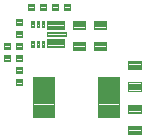
<source format=gtp>
G04 EAGLE Gerber RS-274X export*
G75*
%MOMM*%
%FSLAX34Y34*%
%LPD*%
%INSolderpaste Top*%
%IPPOS*%
%AMOC8*
5,1,8,0,0,1.08239X$1,22.5*%
G01*
%ADD10C,0.102000*%
%ADD11C,0.104000*%
%ADD12C,0.092500*%
%ADD13C,0.100000*%


D10*
X21540Y73690D02*
X21540Y68710D01*
X16560Y68710D01*
X16560Y73690D01*
X21540Y73690D01*
X21540Y69679D02*
X16560Y69679D01*
X16560Y70648D02*
X21540Y70648D01*
X21540Y71617D02*
X16560Y71617D01*
X16560Y72586D02*
X21540Y72586D01*
X21540Y73555D02*
X16560Y73555D01*
X21540Y78710D02*
X21540Y83690D01*
X21540Y78710D02*
X16560Y78710D01*
X16560Y83690D01*
X21540Y83690D01*
X21540Y79679D02*
X16560Y79679D01*
X16560Y80648D02*
X21540Y80648D01*
X21540Y81617D02*
X16560Y81617D01*
X16560Y82586D02*
X21540Y82586D01*
X21540Y83555D02*
X16560Y83555D01*
X16560Y63370D02*
X16560Y58390D01*
X16560Y63370D02*
X21540Y63370D01*
X21540Y58390D01*
X16560Y58390D01*
X16560Y59359D02*
X21540Y59359D01*
X21540Y60328D02*
X16560Y60328D01*
X16560Y61297D02*
X21540Y61297D01*
X21540Y62266D02*
X16560Y62266D01*
X16560Y63235D02*
X21540Y63235D01*
X16560Y53370D02*
X16560Y48390D01*
X16560Y53370D02*
X21540Y53370D01*
X21540Y48390D01*
X16560Y48390D01*
X16560Y49359D02*
X21540Y49359D01*
X21540Y50328D02*
X16560Y50328D01*
X16560Y51297D02*
X21540Y51297D01*
X21540Y52266D02*
X16560Y52266D01*
X16560Y53235D02*
X21540Y53235D01*
D11*
X122320Y50360D02*
X122320Y43400D01*
X111360Y43400D01*
X111360Y50360D01*
X122320Y50360D01*
X122320Y44388D02*
X111360Y44388D01*
X111360Y45376D02*
X122320Y45376D01*
X122320Y46364D02*
X111360Y46364D01*
X111360Y47352D02*
X122320Y47352D01*
X122320Y48340D02*
X111360Y48340D01*
X111360Y49328D02*
X122320Y49328D01*
X122320Y50316D02*
X111360Y50316D01*
X122320Y61400D02*
X122320Y68360D01*
X122320Y61400D02*
X111360Y61400D01*
X111360Y68360D01*
X122320Y68360D01*
X122320Y62388D02*
X111360Y62388D01*
X111360Y63376D02*
X122320Y63376D01*
X122320Y64364D02*
X111360Y64364D01*
X111360Y65352D02*
X122320Y65352D01*
X122320Y66340D02*
X111360Y66340D01*
X111360Y67328D02*
X122320Y67328D01*
X122320Y68316D02*
X111360Y68316D01*
X111360Y31530D02*
X111360Y24570D01*
X111360Y31530D02*
X122320Y31530D01*
X122320Y24570D01*
X111360Y24570D01*
X111360Y25558D02*
X122320Y25558D01*
X122320Y26546D02*
X111360Y26546D01*
X111360Y27534D02*
X122320Y27534D01*
X122320Y28522D02*
X111360Y28522D01*
X111360Y29510D02*
X122320Y29510D01*
X122320Y30498D02*
X111360Y30498D01*
X111360Y31486D02*
X122320Y31486D01*
X111360Y13530D02*
X111360Y6570D01*
X111360Y13530D02*
X122320Y13530D01*
X122320Y6570D01*
X111360Y6570D01*
X111360Y7558D02*
X122320Y7558D01*
X122320Y8546D02*
X111360Y8546D01*
X111360Y9534D02*
X122320Y9534D01*
X122320Y10522D02*
X111360Y10522D01*
X111360Y11510D02*
X122320Y11510D01*
X122320Y12498D02*
X111360Y12498D01*
X111360Y13486D02*
X122320Y13486D01*
X82150Y95690D02*
X82150Y102650D01*
X93110Y102650D01*
X93110Y95690D01*
X82150Y95690D01*
X82150Y96678D02*
X93110Y96678D01*
X93110Y97666D02*
X82150Y97666D01*
X82150Y98654D02*
X93110Y98654D01*
X93110Y99642D02*
X82150Y99642D01*
X82150Y100630D02*
X93110Y100630D01*
X93110Y101618D02*
X82150Y101618D01*
X82150Y102606D02*
X93110Y102606D01*
X82150Y84650D02*
X82150Y77690D01*
X82150Y84650D02*
X93110Y84650D01*
X93110Y77690D01*
X82150Y77690D01*
X82150Y78678D02*
X93110Y78678D01*
X93110Y79666D02*
X82150Y79666D01*
X82150Y80654D02*
X93110Y80654D01*
X93110Y81642D02*
X82150Y81642D01*
X82150Y82630D02*
X93110Y82630D01*
X93110Y83618D02*
X82150Y83618D01*
X82150Y84606D02*
X93110Y84606D01*
X64370Y95690D02*
X64370Y102650D01*
X75330Y102650D01*
X75330Y95690D01*
X64370Y95690D01*
X64370Y96678D02*
X75330Y96678D01*
X75330Y97666D02*
X64370Y97666D01*
X64370Y98654D02*
X75330Y98654D01*
X75330Y99642D02*
X64370Y99642D01*
X64370Y100630D02*
X75330Y100630D01*
X75330Y101618D02*
X64370Y101618D01*
X64370Y102606D02*
X75330Y102606D01*
X64370Y84650D02*
X64370Y77690D01*
X64370Y84650D02*
X75330Y84650D01*
X75330Y77690D01*
X64370Y77690D01*
X64370Y78678D02*
X75330Y78678D01*
X75330Y79666D02*
X64370Y79666D01*
X64370Y80654D02*
X75330Y80654D01*
X75330Y81642D02*
X64370Y81642D01*
X64370Y82630D02*
X75330Y82630D01*
X75330Y83618D02*
X64370Y83618D01*
X64370Y84606D02*
X75330Y84606D01*
D12*
X48348Y21062D02*
X30772Y21062D01*
X30772Y55138D01*
X48348Y55138D01*
X48348Y21062D01*
X48348Y21941D02*
X30772Y21941D01*
X30772Y22820D02*
X48348Y22820D01*
X48348Y23699D02*
X30772Y23699D01*
X30772Y24578D02*
X48348Y24578D01*
X48348Y25457D02*
X30772Y25457D01*
X30772Y26336D02*
X48348Y26336D01*
X48348Y27215D02*
X30772Y27215D01*
X30772Y28094D02*
X48348Y28094D01*
X48348Y28973D02*
X30772Y28973D01*
X30772Y29852D02*
X48348Y29852D01*
X48348Y30731D02*
X30772Y30731D01*
X30772Y31610D02*
X48348Y31610D01*
X48348Y32489D02*
X30772Y32489D01*
X30772Y33368D02*
X48348Y33368D01*
X48348Y34247D02*
X30772Y34247D01*
X30772Y35126D02*
X48348Y35126D01*
X48348Y36005D02*
X30772Y36005D01*
X30772Y36884D02*
X48348Y36884D01*
X48348Y37763D02*
X30772Y37763D01*
X30772Y38642D02*
X48348Y38642D01*
X48348Y39521D02*
X30772Y39521D01*
X30772Y40400D02*
X48348Y40400D01*
X48348Y41279D02*
X30772Y41279D01*
X30772Y42158D02*
X48348Y42158D01*
X48348Y43037D02*
X30772Y43037D01*
X30772Y43916D02*
X48348Y43916D01*
X48348Y44795D02*
X30772Y44795D01*
X30772Y45674D02*
X48348Y45674D01*
X48348Y46553D02*
X30772Y46553D01*
X30772Y47432D02*
X48348Y47432D01*
X48348Y48311D02*
X30772Y48311D01*
X30772Y49190D02*
X48348Y49190D01*
X48348Y50069D02*
X30772Y50069D01*
X30772Y50948D02*
X48348Y50948D01*
X48348Y51827D02*
X30772Y51827D01*
X30772Y52706D02*
X48348Y52706D01*
X48348Y53585D02*
X30772Y53585D01*
X30772Y54464D02*
X48348Y54464D01*
X86272Y21062D02*
X103848Y21062D01*
X86272Y21062D02*
X86272Y55138D01*
X103848Y55138D01*
X103848Y21062D01*
X103848Y21941D02*
X86272Y21941D01*
X86272Y22820D02*
X103848Y22820D01*
X103848Y23699D02*
X86272Y23699D01*
X86272Y24578D02*
X103848Y24578D01*
X103848Y25457D02*
X86272Y25457D01*
X86272Y26336D02*
X103848Y26336D01*
X103848Y27215D02*
X86272Y27215D01*
X86272Y28094D02*
X103848Y28094D01*
X103848Y28973D02*
X86272Y28973D01*
X86272Y29852D02*
X103848Y29852D01*
X103848Y30731D02*
X86272Y30731D01*
X86272Y31610D02*
X103848Y31610D01*
X103848Y32489D02*
X86272Y32489D01*
X86272Y33368D02*
X103848Y33368D01*
X103848Y34247D02*
X86272Y34247D01*
X86272Y35126D02*
X103848Y35126D01*
X103848Y36005D02*
X86272Y36005D01*
X86272Y36884D02*
X103848Y36884D01*
X103848Y37763D02*
X86272Y37763D01*
X86272Y38642D02*
X103848Y38642D01*
X103848Y39521D02*
X86272Y39521D01*
X86272Y40400D02*
X103848Y40400D01*
X103848Y41279D02*
X86272Y41279D01*
X86272Y42158D02*
X103848Y42158D01*
X103848Y43037D02*
X86272Y43037D01*
X86272Y43916D02*
X103848Y43916D01*
X103848Y44795D02*
X86272Y44795D01*
X86272Y45674D02*
X103848Y45674D01*
X103848Y46553D02*
X86272Y46553D01*
X86272Y47432D02*
X103848Y47432D01*
X103848Y48311D02*
X86272Y48311D01*
X86272Y49190D02*
X103848Y49190D01*
X103848Y50069D02*
X86272Y50069D01*
X86272Y50948D02*
X103848Y50948D01*
X103848Y51827D02*
X86272Y51827D01*
X86272Y52706D02*
X103848Y52706D01*
X103848Y53585D02*
X86272Y53585D01*
X86272Y54464D02*
X103848Y54464D01*
D10*
X6400Y78710D02*
X6400Y83690D01*
X11380Y83690D01*
X11380Y78710D01*
X6400Y78710D01*
X6400Y79679D02*
X11380Y79679D01*
X11380Y80648D02*
X6400Y80648D01*
X6400Y81617D02*
X11380Y81617D01*
X11380Y82586D02*
X6400Y82586D01*
X6400Y83555D02*
X11380Y83555D01*
X6400Y73690D02*
X6400Y68710D01*
X6400Y73690D02*
X11380Y73690D01*
X11380Y68710D01*
X6400Y68710D01*
X6400Y69679D02*
X11380Y69679D01*
X11380Y70648D02*
X6400Y70648D01*
X6400Y71617D02*
X11380Y71617D01*
X11380Y72586D02*
X6400Y72586D01*
X6400Y73555D02*
X11380Y73555D01*
X16560Y99030D02*
X16560Y104010D01*
X21540Y104010D01*
X21540Y99030D01*
X16560Y99030D01*
X16560Y99999D02*
X21540Y99999D01*
X21540Y100968D02*
X16560Y100968D01*
X16560Y101937D02*
X21540Y101937D01*
X21540Y102906D02*
X16560Y102906D01*
X16560Y103875D02*
X21540Y103875D01*
X16560Y94010D02*
X16560Y89030D01*
X16560Y94010D02*
X21540Y94010D01*
X21540Y89030D01*
X16560Y89030D01*
X16560Y89999D02*
X21540Y89999D01*
X21540Y90968D02*
X16560Y90968D01*
X16560Y91937D02*
X21540Y91937D01*
X21540Y92906D02*
X16560Y92906D01*
X16560Y93875D02*
X21540Y93875D01*
X47120Y111810D02*
X52100Y111810D01*
X47120Y111810D02*
X47120Y116790D01*
X52100Y116790D01*
X52100Y111810D01*
X52100Y112779D02*
X47120Y112779D01*
X47120Y113748D02*
X52100Y113748D01*
X52100Y114717D02*
X47120Y114717D01*
X47120Y115686D02*
X52100Y115686D01*
X52100Y116655D02*
X47120Y116655D01*
X57120Y111810D02*
X62100Y111810D01*
X57120Y111810D02*
X57120Y116790D01*
X62100Y116790D01*
X62100Y111810D01*
X62100Y112779D02*
X57120Y112779D01*
X57120Y113748D02*
X62100Y113748D01*
X62100Y114717D02*
X57120Y114717D01*
X57120Y115686D02*
X62100Y115686D01*
X62100Y116655D02*
X57120Y116655D01*
X31780Y111810D02*
X26800Y111810D01*
X26800Y116790D01*
X31780Y116790D01*
X31780Y111810D01*
X31780Y112779D02*
X26800Y112779D01*
X26800Y113748D02*
X31780Y113748D01*
X31780Y114717D02*
X26800Y114717D01*
X26800Y115686D02*
X31780Y115686D01*
X31780Y116655D02*
X26800Y116655D01*
X36800Y111810D02*
X41780Y111810D01*
X36800Y111810D02*
X36800Y116790D01*
X41780Y116790D01*
X41780Y111810D01*
X41780Y112779D02*
X36800Y112779D01*
X36800Y113748D02*
X41780Y113748D01*
X41780Y114717D02*
X36800Y114717D01*
X36800Y115686D02*
X41780Y115686D01*
X41780Y116655D02*
X36800Y116655D01*
D11*
X42950Y102420D02*
X56910Y102420D01*
X56910Y95460D01*
X42950Y95460D01*
X42950Y102420D01*
X42950Y96448D02*
X56910Y96448D01*
X56910Y97436D02*
X42950Y97436D01*
X42950Y98424D02*
X56910Y98424D01*
X56910Y99412D02*
X42950Y99412D01*
X42950Y100400D02*
X56910Y100400D01*
X56910Y101388D02*
X42950Y101388D01*
X42950Y102376D02*
X56910Y102376D01*
X56910Y87420D02*
X42950Y87420D01*
X56910Y87420D02*
X56910Y80460D01*
X42950Y80460D01*
X42950Y87420D01*
X42950Y81448D02*
X56910Y81448D01*
X56910Y82436D02*
X42950Y82436D01*
X42950Y83424D02*
X56910Y83424D01*
X56910Y84412D02*
X42950Y84412D01*
X42950Y85400D02*
X56910Y85400D01*
X56910Y86388D02*
X42950Y86388D01*
X42950Y87376D02*
X56910Y87376D01*
D13*
X59230Y92940D02*
X42930Y92940D01*
X59230Y92940D02*
X59230Y89940D01*
X42930Y89940D01*
X42930Y92940D01*
X42930Y90890D02*
X59230Y90890D01*
X59230Y91840D02*
X42930Y91840D01*
X42930Y92790D02*
X59230Y92790D01*
D10*
X40420Y102430D02*
X38440Y102430D01*
X40420Y102430D02*
X40420Y97450D01*
X38440Y97450D01*
X38440Y102430D01*
X38440Y98419D02*
X40420Y98419D01*
X40420Y99388D02*
X38440Y99388D01*
X38440Y100357D02*
X40420Y100357D01*
X40420Y101326D02*
X38440Y101326D01*
X38440Y102295D02*
X40420Y102295D01*
X35920Y102430D02*
X33940Y102430D01*
X35920Y102430D02*
X35920Y97450D01*
X33940Y97450D01*
X33940Y102430D01*
X33940Y98419D02*
X35920Y98419D01*
X35920Y99388D02*
X33940Y99388D01*
X33940Y100357D02*
X35920Y100357D01*
X35920Y101326D02*
X33940Y101326D01*
X33940Y102295D02*
X35920Y102295D01*
X31420Y102430D02*
X29440Y102430D01*
X31420Y102430D02*
X31420Y97450D01*
X29440Y97450D01*
X29440Y102430D01*
X29440Y98419D02*
X31420Y98419D01*
X31420Y99388D02*
X29440Y99388D01*
X29440Y100357D02*
X31420Y100357D01*
X31420Y101326D02*
X29440Y101326D01*
X29440Y102295D02*
X31420Y102295D01*
X31420Y80450D02*
X29440Y80450D01*
X29440Y85430D01*
X31420Y85430D01*
X31420Y80450D01*
X31420Y81419D02*
X29440Y81419D01*
X29440Y82388D02*
X31420Y82388D01*
X31420Y83357D02*
X29440Y83357D01*
X29440Y84326D02*
X31420Y84326D01*
X31420Y85295D02*
X29440Y85295D01*
X33940Y80450D02*
X35920Y80450D01*
X33940Y80450D02*
X33940Y85430D01*
X35920Y85430D01*
X35920Y80450D01*
X35920Y81419D02*
X33940Y81419D01*
X33940Y82388D02*
X35920Y82388D01*
X35920Y83357D02*
X33940Y83357D01*
X33940Y84326D02*
X35920Y84326D01*
X35920Y85295D02*
X33940Y85295D01*
X38440Y80450D02*
X40420Y80450D01*
X38440Y80450D02*
X38440Y85430D01*
X40420Y85430D01*
X40420Y80450D01*
X40420Y81419D02*
X38440Y81419D01*
X38440Y82388D02*
X40420Y82388D01*
X40420Y83357D02*
X38440Y83357D01*
X38440Y84326D02*
X40420Y84326D01*
X40420Y85295D02*
X38440Y85295D01*
M02*

</source>
